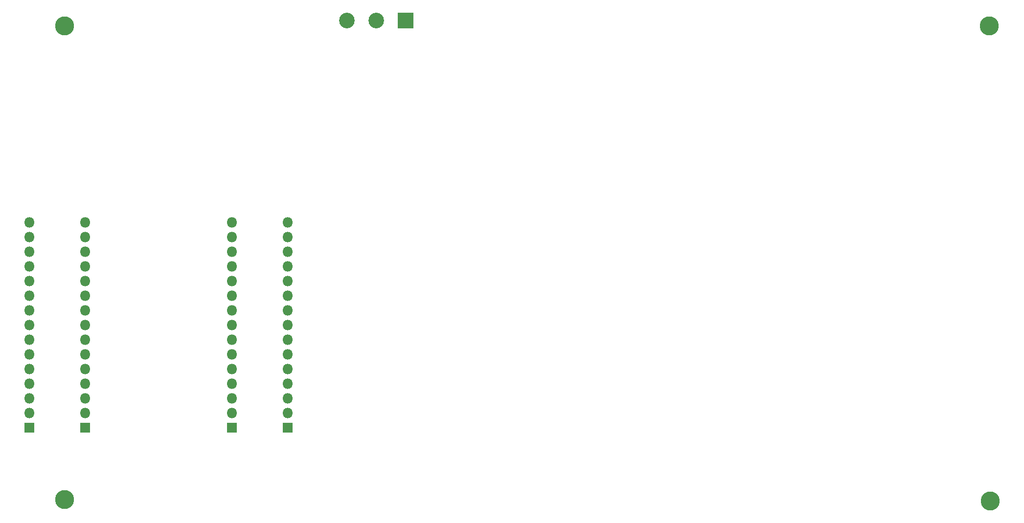
<source format=gbs>
G04 #@! TF.GenerationSoftware,KiCad,Pcbnew,5.1.5+dfsg1-2build2*
G04 #@! TF.CreationDate,2020-10-07T00:50:06-05:00*
G04 #@! TF.ProjectId,LEDs_RGB_cloud,4c454473-5f52-4474-925f-636c6f75642e,rev?*
G04 #@! TF.SameCoordinates,Original*
G04 #@! TF.FileFunction,Soldermask,Bot*
G04 #@! TF.FilePolarity,Negative*
%FSLAX46Y46*%
G04 Gerber Fmt 4.6, Leading zero omitted, Abs format (unit mm)*
G04 Created by KiCad (PCBNEW 5.1.5+dfsg1-2build2) date 2020-10-07 00:50:06*
%MOMM*%
%LPD*%
G04 APERTURE LIST*
%ADD10O,1.800000X1.800000*%
%ADD11R,1.800000X1.800000*%
%ADD12R,2.700000X2.700000*%
%ADD13C,2.700000*%
%ADD14C,3.300000*%
G04 APERTURE END LIST*
D10*
X151650000Y-89990000D03*
X151650000Y-92530000D03*
X151650000Y-95070000D03*
X151650000Y-97610000D03*
X151650000Y-100150000D03*
X151650000Y-102690000D03*
X151650000Y-105230000D03*
X151650000Y-107770000D03*
X151650000Y-110310000D03*
X151650000Y-112850000D03*
X151650000Y-115390000D03*
X151650000Y-117930000D03*
X151650000Y-120470000D03*
X151650000Y-123010000D03*
D11*
X151650000Y-125550000D03*
D12*
X172000000Y-55000000D03*
D13*
X166920000Y-55000000D03*
X161840000Y-55000000D03*
D14*
X113000000Y-56000000D03*
X113000000Y-138000000D03*
X273000000Y-56000000D03*
X273180000Y-138270000D03*
D11*
X106950000Y-125550000D03*
D10*
X106950000Y-123010000D03*
X106950000Y-120470000D03*
X106950000Y-117930000D03*
X106950000Y-115390000D03*
X106950000Y-112850000D03*
X106950000Y-110310000D03*
X106950000Y-107770000D03*
X106950000Y-105230000D03*
X106950000Y-102690000D03*
X106950000Y-100150000D03*
X106950000Y-97610000D03*
X106950000Y-95070000D03*
X106950000Y-92530000D03*
X106950000Y-89990000D03*
X116600000Y-89990000D03*
X116600000Y-92530000D03*
X116600000Y-95070000D03*
X116600000Y-97610000D03*
X116600000Y-100150000D03*
X116600000Y-102690000D03*
X116600000Y-105230000D03*
X116600000Y-107770000D03*
X116600000Y-110310000D03*
X116600000Y-112850000D03*
X116600000Y-115390000D03*
X116600000Y-117930000D03*
X116600000Y-120470000D03*
X116600000Y-123010000D03*
D11*
X116600000Y-125550000D03*
X142000000Y-125550000D03*
D10*
X142000000Y-123010000D03*
X142000000Y-120470000D03*
X142000000Y-117930000D03*
X142000000Y-115390000D03*
X142000000Y-112850000D03*
X142000000Y-110310000D03*
X142000000Y-107770000D03*
X142000000Y-105230000D03*
X142000000Y-102690000D03*
X142000000Y-100150000D03*
X142000000Y-97610000D03*
X142000000Y-95070000D03*
X142000000Y-92530000D03*
X142000000Y-89990000D03*
M02*

</source>
